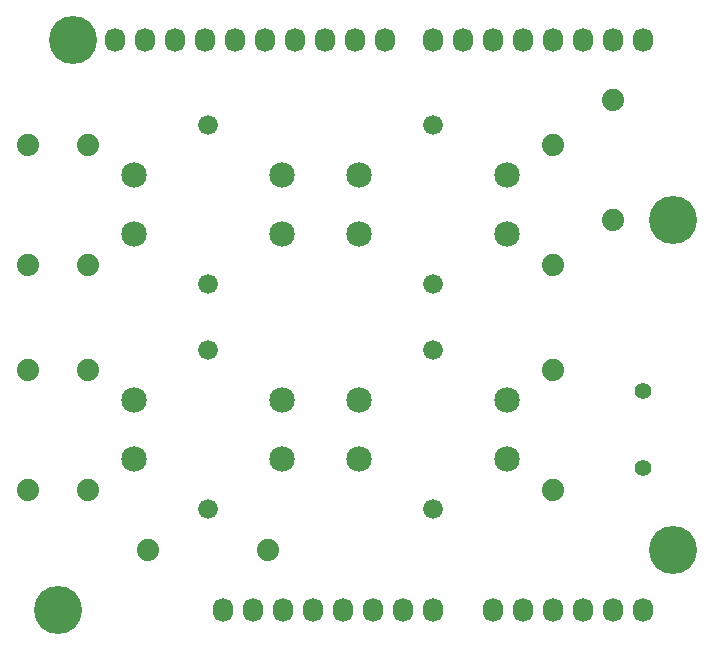
<source format=gbs>
G04 #@! TF.FileFunction,Soldermask,Bot*
%FSLAX46Y46*%
G04 Gerber Fmt 4.6, Leading zero omitted, Abs format (unit mm)*
G04 Created by KiCad (PCBNEW 4.0.1-4.201602120846+6195~38~ubuntu15.10.1-stable) date Mon 15 Feb 2016 03:11:55 PM IST*
%MOMM*%
G01*
G04 APERTURE LIST*
%ADD10C,0.100000*%
%ADD11O,1.727200X2.032000*%
%ADD12C,4.064000*%
%ADD13C,1.879600*%
%ADD14C,2.159000*%
%ADD15C,1.676400*%
%ADD16C,1.407160*%
G04 APERTURE END LIST*
D10*
D11*
X138938000Y-123825000D03*
X141478000Y-123825000D03*
X144018000Y-123825000D03*
X146558000Y-123825000D03*
X149098000Y-123825000D03*
X151638000Y-123825000D03*
X154178000Y-123825000D03*
X156718000Y-123825000D03*
X161798000Y-123825000D03*
X164338000Y-123825000D03*
X166878000Y-123825000D03*
X169418000Y-123825000D03*
X171958000Y-123825000D03*
X174498000Y-123825000D03*
X129794000Y-75565000D03*
X132334000Y-75565000D03*
X134874000Y-75565000D03*
X137414000Y-75565000D03*
X139954000Y-75565000D03*
X142494000Y-75565000D03*
X145034000Y-75565000D03*
X147574000Y-75565000D03*
X150114000Y-75565000D03*
X152654000Y-75565000D03*
X156718000Y-75565000D03*
X159258000Y-75565000D03*
X161798000Y-75565000D03*
X164338000Y-75565000D03*
X166878000Y-75565000D03*
X169418000Y-75565000D03*
X171958000Y-75565000D03*
X174498000Y-75565000D03*
D12*
X124968000Y-123825000D03*
X177038000Y-118745000D03*
X126238000Y-75565000D03*
X177038000Y-90805000D03*
D13*
X166878000Y-94615000D03*
X166878000Y-84455000D03*
X127508000Y-94615000D03*
X127508000Y-84455000D03*
X171958000Y-80645000D03*
X171958000Y-90805000D03*
X127508000Y-113665000D03*
X127508000Y-103505000D03*
X166878000Y-113665000D03*
X166878000Y-103505000D03*
X122428000Y-84455000D03*
X122428000Y-94615000D03*
X122428000Y-113665000D03*
X122428000Y-103505000D03*
X132588000Y-118745000D03*
X142748000Y-118745000D03*
D14*
X150469600Y-111084360D03*
X162966400Y-111084360D03*
X150469600Y-106085640D03*
X162966400Y-106085640D03*
D15*
X156718000Y-115333780D03*
X156718000Y-101836220D03*
D14*
X131419600Y-92034360D03*
X143916400Y-92034360D03*
X131419600Y-87035640D03*
X143916400Y-87035640D03*
D15*
X137668000Y-96283780D03*
X137668000Y-82786220D03*
D14*
X150469600Y-92034360D03*
X162966400Y-92034360D03*
X150469600Y-87035640D03*
X162966400Y-87035640D03*
D15*
X156718000Y-96283780D03*
X156718000Y-82786220D03*
D14*
X131419600Y-111084360D03*
X143916400Y-111084360D03*
X131419600Y-106085640D03*
X143916400Y-106085640D03*
D15*
X137668000Y-115333780D03*
X137668000Y-101836220D03*
D16*
X174498000Y-111833660D03*
X174498000Y-105336340D03*
M02*

</source>
